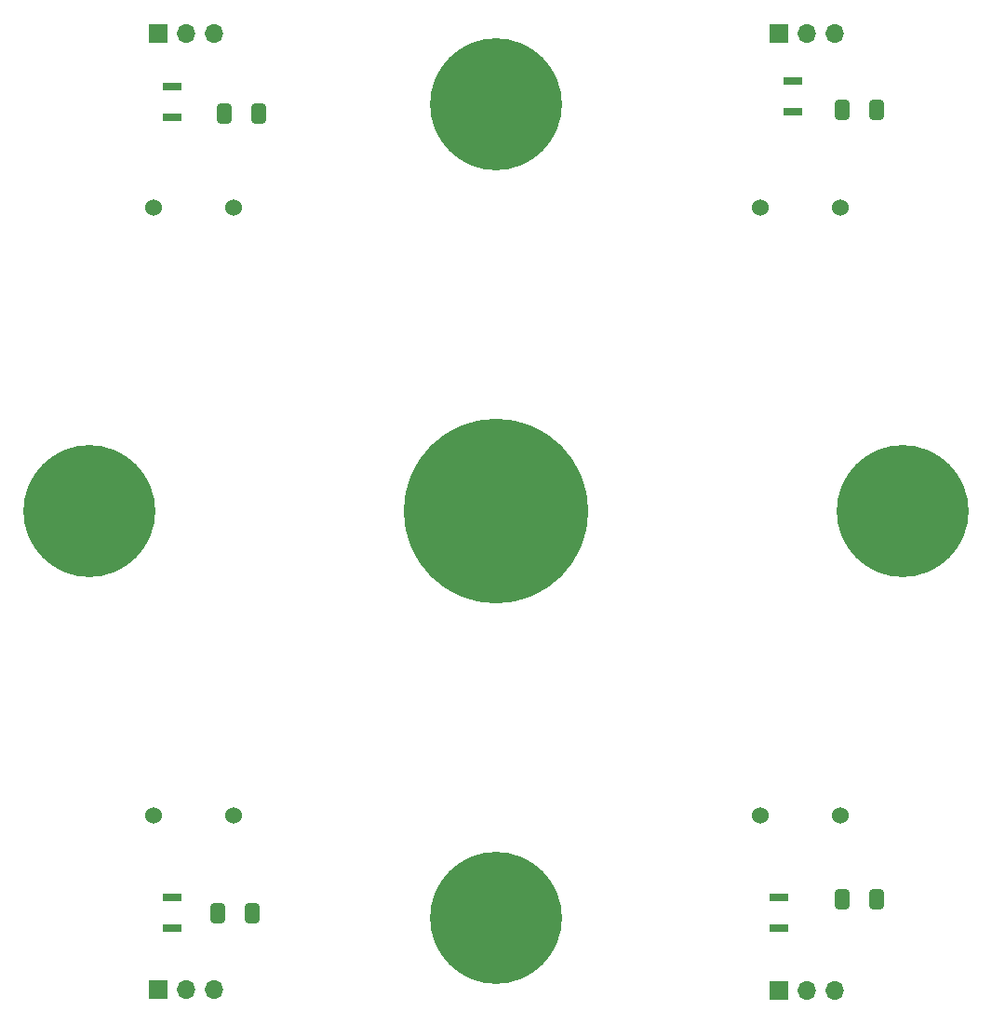
<source format=gbr>
%TF.GenerationSoftware,KiCad,Pcbnew,7.0.5-0*%
%TF.CreationDate,2023-07-05T09:30:56-04:00*%
%TF.ProjectId,quad_sipm,71756164-5f73-4697-906d-2e6b69636164,rev?*%
%TF.SameCoordinates,Original*%
%TF.FileFunction,Soldermask,Bot*%
%TF.FilePolarity,Negative*%
%FSLAX46Y46*%
G04 Gerber Fmt 4.6, Leading zero omitted, Abs format (unit mm)*
G04 Created by KiCad (PCBNEW 7.0.5-0) date 2023-07-05 09:30:56*
%MOMM*%
%LPD*%
G01*
G04 APERTURE LIST*
G04 Aperture macros list*
%AMRoundRect*
0 Rectangle with rounded corners*
0 $1 Rounding radius*
0 $2 $3 $4 $5 $6 $7 $8 $9 X,Y pos of 4 corners*
0 Add a 4 corners polygon primitive as box body*
4,1,4,$2,$3,$4,$5,$6,$7,$8,$9,$2,$3,0*
0 Add four circle primitives for the rounded corners*
1,1,$1+$1,$2,$3*
1,1,$1+$1,$4,$5*
1,1,$1+$1,$6,$7*
1,1,$1+$1,$8,$9*
0 Add four rect primitives between the rounded corners*
20,1,$1+$1,$2,$3,$4,$5,0*
20,1,$1+$1,$4,$5,$6,$7,0*
20,1,$1+$1,$6,$7,$8,$9,0*
20,1,$1+$1,$8,$9,$2,$3,0*%
G04 Aperture macros list end*
%ADD10C,16.800000*%
%ADD11C,12.000000*%
%ADD12C,1.524000*%
%ADD13R,1.700000X1.700000*%
%ADD14O,1.700000X1.700000*%
%ADD15RoundRect,0.250000X0.412500X0.650000X-0.412500X0.650000X-0.412500X-0.650000X0.412500X-0.650000X0*%
%ADD16R,1.699200X0.701600*%
G04 APERTURE END LIST*
D10*
%TO.C,H2*%
X100000000Y-100000000D03*
%TD*%
D11*
%TO.C,H3*%
X100000000Y-137000000D03*
%TD*%
%TO.C,H4*%
X137000000Y-100000000D03*
%TD*%
%TO.C,H5*%
X63000000Y-100000000D03*
%TD*%
%TO.C,H1*%
X100000000Y-63000000D03*
%TD*%
D12*
%TO.C,D1*%
X131335000Y-127635000D03*
X124035000Y-127635000D03*
%TD*%
%TO.C,D2*%
X76090000Y-127635000D03*
X68790000Y-127635000D03*
%TD*%
%TO.C,D4*%
X76090000Y-72390000D03*
X68790000Y-72390000D03*
%TD*%
%TO.C,D3*%
X131335000Y-72390000D03*
X124035000Y-72390000D03*
%TD*%
D13*
%TO.C,J1*%
X125685000Y-143555000D03*
D14*
X128225000Y-143555000D03*
X130765000Y-143555000D03*
%TD*%
D15*
%TO.C,C4*%
X78397500Y-63792500D03*
X75272500Y-63792500D03*
%TD*%
D13*
%TO.C,J3*%
X125685000Y-56560000D03*
D14*
X128225000Y-56560000D03*
X130765000Y-56560000D03*
%TD*%
D13*
%TO.C,J4*%
X69215000Y-56515000D03*
D14*
X71755000Y-56515000D03*
X74295000Y-56515000D03*
%TD*%
D15*
%TO.C,C3*%
X134570000Y-63500000D03*
X131445000Y-63500000D03*
%TD*%
D13*
%TO.C,J2*%
X69215000Y-143510000D03*
D14*
X71755000Y-143510000D03*
X74295000Y-143510000D03*
%TD*%
D15*
%TO.C,C1*%
X134620000Y-135255000D03*
X131495000Y-135255000D03*
%TD*%
%TO.C,C2*%
X77762500Y-136525000D03*
X74637500Y-136525000D03*
%TD*%
D16*
%TO.C,R3*%
X127000000Y-60829200D03*
X127000000Y-63630800D03*
%TD*%
%TO.C,R4*%
X70485000Y-64135000D03*
X70485000Y-61333400D03*
%TD*%
%TO.C,R2*%
X70485000Y-135124200D03*
X70485000Y-137925800D03*
%TD*%
%TO.C,R1*%
X125730000Y-135124200D03*
X125730000Y-137925800D03*
%TD*%
M02*

</source>
